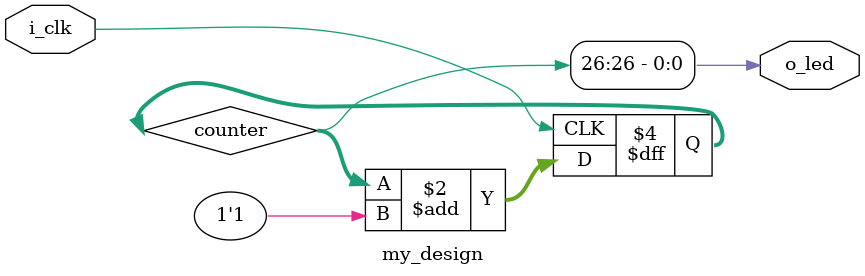
<source format=v>
`default_nettype none

`ifdef	VERILATOR
	parameter	WIDTH = 12;
`else
	parameter	WIDTH = 27;
`endif

module my_design(i_clk, o_led);
	input wire 		i_clk;
	output wire		o_led;

	reg		[WIDTH-1:0]	counter;

	initial counter = 0;
	always @(posedge i_clk) begin
		counter <=	counter + 1'b1;
	end
	
	assign o_led = counter[WIDTH-1];

endmodule

</source>
